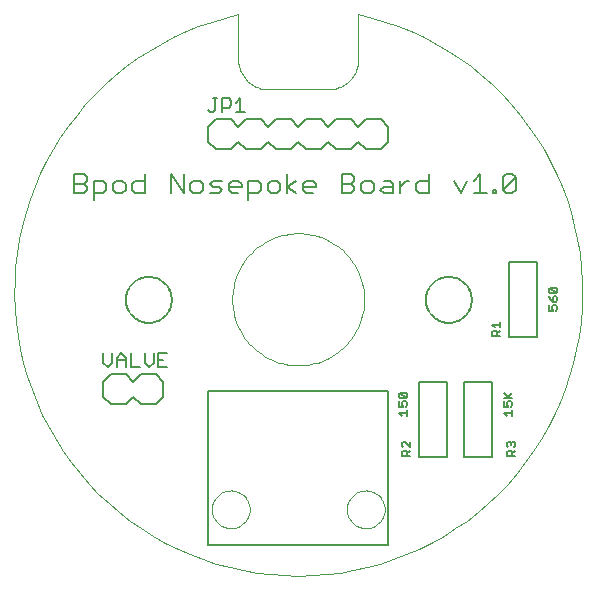
<source format=gto>
G75*
G70*
%OFA0B0*%
%FSLAX24Y24*%
%IPPOS*%
%LPD*%
%AMOC8*
5,1,8,0,0,1.08239X$1,22.5*
%
%ADD10C,0.0010*%
%ADD11C,0.0060*%
%ADD12C,0.0000*%
%ADD13C,0.0080*%
%ADD14C,0.0050*%
D10*
X003797Y011402D02*
X003799Y011458D01*
X003805Y011513D01*
X003815Y011568D01*
X003829Y011622D01*
X003846Y011675D01*
X003867Y011726D01*
X003892Y011776D01*
X003921Y011824D01*
X003953Y011869D01*
X003988Y011913D01*
X004025Y011954D01*
X004066Y011991D01*
X004110Y012026D01*
X004155Y012058D01*
X004203Y012087D01*
X004253Y012112D01*
X004304Y012133D01*
X004357Y012150D01*
X004411Y012164D01*
X004466Y012174D01*
X004521Y012180D01*
X004577Y012182D01*
X004633Y012180D01*
X004688Y012174D01*
X004743Y012164D01*
X004797Y012150D01*
X004850Y012133D01*
X004901Y012112D01*
X004951Y012087D01*
X004999Y012058D01*
X005044Y012026D01*
X005088Y011991D01*
X005129Y011954D01*
X005166Y011913D01*
X005201Y011869D01*
X005233Y011824D01*
X005262Y011776D01*
X005287Y011726D01*
X005308Y011675D01*
X005325Y011622D01*
X005339Y011568D01*
X005349Y011513D01*
X005355Y011458D01*
X005357Y011402D01*
X005355Y011346D01*
X005349Y011291D01*
X005339Y011236D01*
X005325Y011182D01*
X005308Y011129D01*
X005287Y011078D01*
X005262Y011028D01*
X005233Y010980D01*
X005201Y010935D01*
X005166Y010891D01*
X005129Y010850D01*
X005088Y010813D01*
X005044Y010778D01*
X004999Y010746D01*
X004951Y010717D01*
X004901Y010692D01*
X004850Y010671D01*
X004797Y010654D01*
X004743Y010640D01*
X004688Y010630D01*
X004633Y010624D01*
X004577Y010622D01*
X004521Y010624D01*
X004466Y010630D01*
X004411Y010640D01*
X004357Y010654D01*
X004304Y010671D01*
X004253Y010692D01*
X004203Y010717D01*
X004155Y010746D01*
X004110Y010778D01*
X004066Y010813D01*
X004025Y010850D01*
X003988Y010891D01*
X003953Y010935D01*
X003921Y010980D01*
X003892Y011028D01*
X003867Y011078D01*
X003846Y011129D01*
X003829Y011182D01*
X003815Y011236D01*
X003805Y011291D01*
X003799Y011346D01*
X003797Y011402D01*
X007377Y011402D02*
X007380Y011510D01*
X007388Y011618D01*
X007401Y011725D01*
X007419Y011831D01*
X007443Y011937D01*
X007472Y012041D01*
X007506Y012143D01*
X007544Y012244D01*
X007588Y012343D01*
X007637Y012439D01*
X007690Y012533D01*
X007748Y012624D01*
X007810Y012713D01*
X007876Y012798D01*
X007947Y012879D01*
X008021Y012958D01*
X008100Y013032D01*
X008181Y013103D01*
X008266Y013169D01*
X008355Y013231D01*
X008446Y013289D01*
X008540Y013342D01*
X008636Y013391D01*
X008735Y013435D01*
X008836Y013473D01*
X008938Y013507D01*
X009042Y013536D01*
X009148Y013560D01*
X009254Y013578D01*
X009361Y013591D01*
X009469Y013599D01*
X009577Y013602D01*
X009685Y013599D01*
X009793Y013591D01*
X009900Y013578D01*
X010006Y013560D01*
X010112Y013536D01*
X010216Y013507D01*
X010318Y013473D01*
X010419Y013435D01*
X010518Y013391D01*
X010614Y013342D01*
X010708Y013289D01*
X010799Y013231D01*
X010888Y013169D01*
X010973Y013103D01*
X011054Y013032D01*
X011133Y012958D01*
X011207Y012879D01*
X011278Y012798D01*
X011344Y012713D01*
X011406Y012624D01*
X011464Y012533D01*
X011517Y012439D01*
X011566Y012343D01*
X011610Y012244D01*
X011648Y012143D01*
X011682Y012041D01*
X011711Y011937D01*
X011735Y011831D01*
X011753Y011725D01*
X011766Y011618D01*
X011774Y011510D01*
X011777Y011402D01*
X011774Y011294D01*
X011766Y011186D01*
X011753Y011079D01*
X011735Y010973D01*
X011711Y010867D01*
X011682Y010763D01*
X011648Y010661D01*
X011610Y010560D01*
X011566Y010461D01*
X011517Y010365D01*
X011464Y010271D01*
X011406Y010180D01*
X011344Y010091D01*
X011278Y010006D01*
X011207Y009925D01*
X011133Y009846D01*
X011054Y009772D01*
X010973Y009701D01*
X010888Y009635D01*
X010799Y009573D01*
X010708Y009515D01*
X010614Y009462D01*
X010518Y009413D01*
X010419Y009369D01*
X010318Y009331D01*
X010216Y009297D01*
X010112Y009268D01*
X010006Y009244D01*
X009900Y009226D01*
X009793Y009213D01*
X009685Y009205D01*
X009577Y009202D01*
X009469Y009205D01*
X009361Y009213D01*
X009254Y009226D01*
X009148Y009244D01*
X009042Y009268D01*
X008938Y009297D01*
X008836Y009331D01*
X008735Y009369D01*
X008636Y009413D01*
X008540Y009462D01*
X008446Y009515D01*
X008355Y009573D01*
X008266Y009635D01*
X008181Y009701D01*
X008100Y009772D01*
X008021Y009846D01*
X007947Y009925D01*
X007876Y010006D01*
X007810Y010091D01*
X007748Y010180D01*
X007690Y010271D01*
X007637Y010365D01*
X007588Y010461D01*
X007544Y010560D01*
X007506Y010661D01*
X007472Y010763D01*
X007443Y010867D01*
X007419Y010973D01*
X007401Y011079D01*
X007388Y011186D01*
X007380Y011294D01*
X007377Y011402D01*
X007577Y020902D02*
X007128Y020794D01*
X006685Y020663D01*
X006249Y020511D01*
X005820Y020338D01*
X005401Y020145D01*
X004992Y019931D01*
X004593Y019697D01*
X004206Y019445D01*
X003833Y019173D01*
X003473Y018884D01*
X003127Y018578D01*
X002797Y018255D01*
X002483Y017916D01*
X002185Y017562D01*
X001906Y017195D01*
X001645Y016814D01*
X001402Y016421D01*
X001179Y016016D01*
X000976Y015601D01*
X000794Y015177D01*
X000632Y014744D01*
X000492Y014304D01*
X000374Y013858D01*
X000277Y013406D01*
X000202Y012950D01*
X000150Y012491D01*
X000121Y012030D01*
X000113Y011568D01*
X000129Y011107D01*
X000167Y010646D01*
X000227Y010188D01*
X000309Y009734D01*
X000414Y009284D01*
X000541Y008840D01*
X000688Y008402D01*
X000858Y007972D01*
X001048Y007551D01*
X001258Y007140D01*
X001488Y006739D01*
X001737Y006351D01*
X002005Y005974D01*
X002291Y005612D01*
X002595Y005263D01*
X002915Y004930D01*
X003251Y004613D01*
X003601Y004313D01*
X003967Y004030D01*
X004345Y003766D01*
X004736Y003520D01*
X005139Y003293D01*
X005552Y003087D01*
X005975Y002900D01*
X006406Y002735D01*
X006845Y002591D01*
X007290Y002468D01*
X007741Y002368D01*
X008196Y002289D01*
X008655Y002233D01*
X009115Y002199D01*
X009577Y002188D01*
X010039Y002199D01*
X010499Y002233D01*
X010958Y002289D01*
X011413Y002368D01*
X011864Y002468D01*
X012309Y002591D01*
X012748Y002735D01*
X013179Y002900D01*
X013602Y003087D01*
X014015Y003293D01*
X014418Y003520D01*
X014809Y003766D01*
X015187Y004030D01*
X015553Y004313D01*
X015903Y004613D01*
X016239Y004930D01*
X016559Y005263D01*
X016863Y005612D01*
X017149Y005974D01*
X017417Y006351D01*
X017666Y006739D01*
X017896Y007140D01*
X018106Y007551D01*
X018296Y007972D01*
X018466Y008402D01*
X018613Y008840D01*
X018740Y009284D01*
X018845Y009734D01*
X018927Y010188D01*
X018987Y010646D01*
X019025Y011107D01*
X019041Y011568D01*
X019033Y012030D01*
X019004Y012491D01*
X018952Y012950D01*
X018877Y013406D01*
X018780Y013858D01*
X018662Y014304D01*
X018522Y014744D01*
X018360Y015177D01*
X018178Y015601D01*
X017975Y016016D01*
X017752Y016421D01*
X017509Y016814D01*
X017248Y017195D01*
X016969Y017562D01*
X016671Y017916D01*
X016357Y018255D01*
X016027Y018578D01*
X015681Y018884D01*
X015321Y019173D01*
X014948Y019445D01*
X014561Y019697D01*
X014162Y019931D01*
X013753Y020145D01*
X013334Y020338D01*
X012905Y020511D01*
X012469Y020663D01*
X012026Y020794D01*
X011577Y020902D01*
X011577Y019402D01*
X011575Y019342D01*
X011570Y019281D01*
X011561Y019222D01*
X011548Y019163D01*
X011532Y019104D01*
X011512Y019047D01*
X011489Y018992D01*
X011462Y018937D01*
X011433Y018885D01*
X011400Y018834D01*
X011364Y018785D01*
X011326Y018739D01*
X011284Y018695D01*
X011240Y018653D01*
X011194Y018615D01*
X011145Y018579D01*
X011094Y018546D01*
X011042Y018517D01*
X010987Y018490D01*
X010932Y018467D01*
X010875Y018447D01*
X010816Y018431D01*
X010757Y018418D01*
X010698Y018409D01*
X010637Y018404D01*
X010577Y018402D01*
X008577Y018402D01*
X008517Y018404D01*
X008456Y018409D01*
X008397Y018418D01*
X008338Y018431D01*
X008279Y018447D01*
X008222Y018467D01*
X008167Y018490D01*
X008112Y018517D01*
X008060Y018546D01*
X008009Y018579D01*
X007960Y018615D01*
X007914Y018653D01*
X007870Y018695D01*
X007828Y018739D01*
X007790Y018785D01*
X007754Y018834D01*
X007721Y018885D01*
X007692Y018937D01*
X007665Y018992D01*
X007642Y019047D01*
X007622Y019104D01*
X007606Y019163D01*
X007593Y019222D01*
X007584Y019281D01*
X007579Y019342D01*
X007577Y019402D01*
X007577Y020902D01*
X013797Y011402D02*
X013799Y011458D01*
X013805Y011513D01*
X013815Y011568D01*
X013829Y011622D01*
X013846Y011675D01*
X013867Y011726D01*
X013892Y011776D01*
X013921Y011824D01*
X013953Y011869D01*
X013988Y011913D01*
X014025Y011954D01*
X014066Y011991D01*
X014110Y012026D01*
X014155Y012058D01*
X014203Y012087D01*
X014253Y012112D01*
X014304Y012133D01*
X014357Y012150D01*
X014411Y012164D01*
X014466Y012174D01*
X014521Y012180D01*
X014577Y012182D01*
X014633Y012180D01*
X014688Y012174D01*
X014743Y012164D01*
X014797Y012150D01*
X014850Y012133D01*
X014901Y012112D01*
X014951Y012087D01*
X014999Y012058D01*
X015044Y012026D01*
X015088Y011991D01*
X015129Y011954D01*
X015166Y011913D01*
X015201Y011869D01*
X015233Y011824D01*
X015262Y011776D01*
X015287Y011726D01*
X015308Y011675D01*
X015325Y011622D01*
X015339Y011568D01*
X015349Y011513D01*
X015355Y011458D01*
X015357Y011402D01*
X015355Y011346D01*
X015349Y011291D01*
X015339Y011236D01*
X015325Y011182D01*
X015308Y011129D01*
X015287Y011078D01*
X015262Y011028D01*
X015233Y010980D01*
X015201Y010935D01*
X015166Y010891D01*
X015129Y010850D01*
X015088Y010813D01*
X015044Y010778D01*
X014999Y010746D01*
X014951Y010717D01*
X014901Y010692D01*
X014850Y010671D01*
X014797Y010654D01*
X014743Y010640D01*
X014688Y010630D01*
X014633Y010624D01*
X014577Y010622D01*
X014521Y010624D01*
X014466Y010630D01*
X014411Y010640D01*
X014357Y010654D01*
X014304Y010671D01*
X014253Y010692D01*
X014203Y010717D01*
X014155Y010746D01*
X014110Y010778D01*
X014066Y010813D01*
X014025Y010850D01*
X013988Y010891D01*
X013953Y010935D01*
X013921Y010980D01*
X013892Y011028D01*
X013867Y011078D01*
X013846Y011129D01*
X013829Y011182D01*
X013815Y011236D01*
X013805Y011291D01*
X013799Y011346D01*
X013797Y011402D01*
D11*
X013921Y014932D02*
X013601Y014932D01*
X013494Y015039D01*
X013494Y015253D01*
X013601Y015359D01*
X013921Y015359D01*
X013921Y015573D02*
X013921Y014932D01*
X013277Y015359D02*
X013170Y015359D01*
X012957Y015146D01*
X012957Y015359D02*
X012957Y014932D01*
X012739Y014932D02*
X012739Y015253D01*
X012632Y015359D01*
X012419Y015359D01*
X012419Y015146D02*
X012739Y015146D01*
X012739Y014932D02*
X012419Y014932D01*
X012312Y015039D01*
X012419Y015146D01*
X012095Y015039D02*
X012095Y015253D01*
X011988Y015359D01*
X011774Y015359D01*
X011668Y015253D01*
X011668Y015039D01*
X011774Y014932D01*
X011988Y014932D01*
X012095Y015039D01*
X011450Y015039D02*
X011343Y014932D01*
X011023Y014932D01*
X011023Y015573D01*
X011343Y015573D01*
X011450Y015466D01*
X011450Y015359D01*
X011343Y015253D01*
X011023Y015253D01*
X011343Y015253D02*
X011450Y015146D01*
X011450Y015039D01*
X010161Y015146D02*
X009734Y015146D01*
X009734Y015253D02*
X009841Y015359D01*
X010054Y015359D01*
X010161Y015253D01*
X010161Y015146D01*
X010054Y014932D02*
X009841Y014932D01*
X009734Y015039D01*
X009734Y015253D01*
X009517Y015359D02*
X009197Y015146D01*
X009517Y014932D01*
X009197Y014932D02*
X009197Y015573D01*
X008979Y015253D02*
X008873Y015359D01*
X008659Y015359D01*
X008552Y015253D01*
X008552Y015039D01*
X008659Y014932D01*
X008873Y014932D01*
X008979Y015039D01*
X008979Y015253D01*
X008335Y015253D02*
X008335Y015039D01*
X008228Y014932D01*
X007908Y014932D01*
X007908Y014719D02*
X007908Y015359D01*
X008228Y015359D01*
X008335Y015253D01*
X007690Y015253D02*
X007690Y015146D01*
X007263Y015146D01*
X007263Y015253D02*
X007370Y015359D01*
X007584Y015359D01*
X007690Y015253D01*
X007584Y014932D02*
X007370Y014932D01*
X007263Y015039D01*
X007263Y015253D01*
X007046Y015359D02*
X006726Y015359D01*
X006619Y015253D01*
X006726Y015146D01*
X006939Y015146D01*
X007046Y015039D01*
X006939Y014932D01*
X006619Y014932D01*
X006401Y015039D02*
X006401Y015253D01*
X006295Y015359D01*
X006081Y015359D01*
X005974Y015253D01*
X005974Y015039D01*
X006081Y014932D01*
X006295Y014932D01*
X006401Y015039D01*
X005757Y014932D02*
X005757Y015573D01*
X005330Y015573D02*
X005330Y014932D01*
X005757Y014932D02*
X005330Y015573D01*
X004468Y015573D02*
X004468Y014932D01*
X004147Y014932D01*
X004041Y015039D01*
X004041Y015253D01*
X004147Y015359D01*
X004468Y015359D01*
X003823Y015253D02*
X003823Y015039D01*
X003716Y014932D01*
X003503Y014932D01*
X003396Y015039D01*
X003396Y015253D01*
X003503Y015359D01*
X003716Y015359D01*
X003823Y015253D01*
X003179Y015253D02*
X003179Y015039D01*
X003072Y014932D01*
X002752Y014932D01*
X002752Y014719D02*
X002752Y015359D01*
X003072Y015359D01*
X003179Y015253D01*
X002534Y015359D02*
X002427Y015253D01*
X002107Y015253D01*
X002107Y015573D02*
X002107Y014932D01*
X002427Y014932D01*
X002534Y015039D01*
X002534Y015146D01*
X002427Y015253D01*
X002534Y015359D02*
X002534Y015466D01*
X002427Y015573D01*
X002107Y015573D01*
X014783Y015359D02*
X014996Y014932D01*
X015210Y015359D01*
X015427Y015359D02*
X015641Y015573D01*
X015641Y014932D01*
X015854Y014932D02*
X015427Y014932D01*
X016072Y014932D02*
X016179Y014932D01*
X016179Y015039D01*
X016072Y015039D01*
X016072Y014932D01*
X016394Y015039D02*
X016394Y015466D01*
X016501Y015573D01*
X016714Y015573D01*
X016821Y015466D01*
X016394Y015039D01*
X016501Y014932D01*
X016714Y014932D01*
X016821Y015039D01*
X016821Y015466D01*
D12*
X013827Y011402D02*
X013829Y011456D01*
X013835Y011510D01*
X013845Y011563D01*
X013858Y011616D01*
X013875Y011667D01*
X013896Y011717D01*
X013921Y011765D01*
X013949Y011812D01*
X013980Y011856D01*
X014014Y011898D01*
X014051Y011937D01*
X014091Y011974D01*
X014134Y012007D01*
X014179Y012038D01*
X014226Y012065D01*
X014274Y012088D01*
X014325Y012108D01*
X014376Y012125D01*
X014429Y012137D01*
X014482Y012146D01*
X014536Y012151D01*
X014591Y012152D01*
X014645Y012149D01*
X014698Y012142D01*
X014751Y012131D01*
X014804Y012117D01*
X014855Y012099D01*
X014904Y012077D01*
X014952Y012052D01*
X014998Y012023D01*
X015042Y011991D01*
X015083Y011956D01*
X015121Y011918D01*
X015157Y011877D01*
X015190Y011834D01*
X015220Y011789D01*
X015246Y011741D01*
X015269Y011692D01*
X015288Y011641D01*
X015303Y011590D01*
X015315Y011537D01*
X015323Y011483D01*
X015327Y011429D01*
X015327Y011375D01*
X015323Y011321D01*
X015315Y011267D01*
X015303Y011214D01*
X015288Y011163D01*
X015269Y011112D01*
X015246Y011063D01*
X015220Y011015D01*
X015190Y010970D01*
X015157Y010927D01*
X015121Y010886D01*
X015083Y010848D01*
X015042Y010813D01*
X014998Y010781D01*
X014952Y010752D01*
X014904Y010727D01*
X014855Y010705D01*
X014804Y010687D01*
X014751Y010673D01*
X014698Y010662D01*
X014645Y010655D01*
X014591Y010652D01*
X014536Y010653D01*
X014482Y010658D01*
X014429Y010667D01*
X014376Y010679D01*
X014325Y010696D01*
X014274Y010716D01*
X014226Y010739D01*
X014179Y010766D01*
X014134Y010797D01*
X014091Y010830D01*
X014051Y010867D01*
X014014Y010906D01*
X013980Y010948D01*
X013949Y010992D01*
X013921Y011039D01*
X013896Y011087D01*
X013875Y011137D01*
X013858Y011188D01*
X013845Y011241D01*
X013835Y011294D01*
X013829Y011348D01*
X013827Y011402D01*
X011197Y004402D02*
X011199Y004452D01*
X011205Y004502D01*
X011215Y004551D01*
X011229Y004599D01*
X011246Y004646D01*
X011267Y004691D01*
X011292Y004735D01*
X011320Y004776D01*
X011352Y004815D01*
X011386Y004852D01*
X011423Y004886D01*
X011463Y004916D01*
X011505Y004943D01*
X011549Y004967D01*
X011595Y004988D01*
X011642Y005004D01*
X011690Y005017D01*
X011740Y005026D01*
X011789Y005031D01*
X011840Y005032D01*
X011890Y005029D01*
X011939Y005022D01*
X011988Y005011D01*
X012036Y004996D01*
X012082Y004978D01*
X012127Y004956D01*
X012170Y004930D01*
X012211Y004901D01*
X012250Y004869D01*
X012286Y004834D01*
X012318Y004796D01*
X012348Y004756D01*
X012375Y004713D01*
X012398Y004669D01*
X012417Y004623D01*
X012433Y004575D01*
X012445Y004526D01*
X012453Y004477D01*
X012457Y004427D01*
X012457Y004377D01*
X012453Y004327D01*
X012445Y004278D01*
X012433Y004229D01*
X012417Y004181D01*
X012398Y004135D01*
X012375Y004091D01*
X012348Y004048D01*
X012318Y004008D01*
X012286Y003970D01*
X012250Y003935D01*
X012211Y003903D01*
X012170Y003874D01*
X012127Y003848D01*
X012082Y003826D01*
X012036Y003808D01*
X011988Y003793D01*
X011939Y003782D01*
X011890Y003775D01*
X011840Y003772D01*
X011789Y003773D01*
X011740Y003778D01*
X011690Y003787D01*
X011642Y003800D01*
X011595Y003816D01*
X011549Y003837D01*
X011505Y003861D01*
X011463Y003888D01*
X011423Y003918D01*
X011386Y003952D01*
X011352Y003989D01*
X011320Y004028D01*
X011292Y004069D01*
X011267Y004113D01*
X011246Y004158D01*
X011229Y004205D01*
X011215Y004253D01*
X011205Y004302D01*
X011199Y004352D01*
X011197Y004402D01*
X006697Y004402D02*
X006699Y004452D01*
X006705Y004502D01*
X006715Y004551D01*
X006729Y004599D01*
X006746Y004646D01*
X006767Y004691D01*
X006792Y004735D01*
X006820Y004776D01*
X006852Y004815D01*
X006886Y004852D01*
X006923Y004886D01*
X006963Y004916D01*
X007005Y004943D01*
X007049Y004967D01*
X007095Y004988D01*
X007142Y005004D01*
X007190Y005017D01*
X007240Y005026D01*
X007289Y005031D01*
X007340Y005032D01*
X007390Y005029D01*
X007439Y005022D01*
X007488Y005011D01*
X007536Y004996D01*
X007582Y004978D01*
X007627Y004956D01*
X007670Y004930D01*
X007711Y004901D01*
X007750Y004869D01*
X007786Y004834D01*
X007818Y004796D01*
X007848Y004756D01*
X007875Y004713D01*
X007898Y004669D01*
X007917Y004623D01*
X007933Y004575D01*
X007945Y004526D01*
X007953Y004477D01*
X007957Y004427D01*
X007957Y004377D01*
X007953Y004327D01*
X007945Y004278D01*
X007933Y004229D01*
X007917Y004181D01*
X007898Y004135D01*
X007875Y004091D01*
X007848Y004048D01*
X007818Y004008D01*
X007786Y003970D01*
X007750Y003935D01*
X007711Y003903D01*
X007670Y003874D01*
X007627Y003848D01*
X007582Y003826D01*
X007536Y003808D01*
X007488Y003793D01*
X007439Y003782D01*
X007390Y003775D01*
X007340Y003772D01*
X007289Y003773D01*
X007240Y003778D01*
X007190Y003787D01*
X007142Y003800D01*
X007095Y003816D01*
X007049Y003837D01*
X007005Y003861D01*
X006963Y003888D01*
X006923Y003918D01*
X006886Y003952D01*
X006852Y003989D01*
X006820Y004028D01*
X006792Y004069D01*
X006767Y004113D01*
X006746Y004158D01*
X006729Y004205D01*
X006715Y004253D01*
X006705Y004302D01*
X006699Y004352D01*
X006697Y004402D01*
X003827Y011402D02*
X003829Y011456D01*
X003835Y011510D01*
X003845Y011563D01*
X003858Y011616D01*
X003875Y011667D01*
X003896Y011717D01*
X003921Y011765D01*
X003949Y011812D01*
X003980Y011856D01*
X004014Y011898D01*
X004051Y011937D01*
X004091Y011974D01*
X004134Y012007D01*
X004179Y012038D01*
X004226Y012065D01*
X004274Y012088D01*
X004325Y012108D01*
X004376Y012125D01*
X004429Y012137D01*
X004482Y012146D01*
X004536Y012151D01*
X004591Y012152D01*
X004645Y012149D01*
X004698Y012142D01*
X004751Y012131D01*
X004804Y012117D01*
X004855Y012099D01*
X004904Y012077D01*
X004952Y012052D01*
X004998Y012023D01*
X005042Y011991D01*
X005083Y011956D01*
X005121Y011918D01*
X005157Y011877D01*
X005190Y011834D01*
X005220Y011789D01*
X005246Y011741D01*
X005269Y011692D01*
X005288Y011641D01*
X005303Y011590D01*
X005315Y011537D01*
X005323Y011483D01*
X005327Y011429D01*
X005327Y011375D01*
X005323Y011321D01*
X005315Y011267D01*
X005303Y011214D01*
X005288Y011163D01*
X005269Y011112D01*
X005246Y011063D01*
X005220Y011015D01*
X005190Y010970D01*
X005157Y010927D01*
X005121Y010886D01*
X005083Y010848D01*
X005042Y010813D01*
X004998Y010781D01*
X004952Y010752D01*
X004904Y010727D01*
X004855Y010705D01*
X004804Y010687D01*
X004751Y010673D01*
X004698Y010662D01*
X004645Y010655D01*
X004591Y010652D01*
X004536Y010653D01*
X004482Y010658D01*
X004429Y010667D01*
X004376Y010679D01*
X004325Y010696D01*
X004274Y010716D01*
X004226Y010739D01*
X004179Y010766D01*
X004134Y010797D01*
X004091Y010830D01*
X004051Y010867D01*
X004014Y010906D01*
X003980Y010948D01*
X003949Y010992D01*
X003921Y011039D01*
X003896Y011087D01*
X003875Y011137D01*
X003858Y011188D01*
X003845Y011241D01*
X003835Y011294D01*
X003829Y011348D01*
X003827Y011402D01*
D13*
X006577Y003221D02*
X012577Y003221D01*
X012577Y008339D01*
X006577Y008339D01*
X006577Y003221D01*
X004827Y007902D02*
X004327Y007902D01*
X004077Y008152D01*
X003827Y007902D01*
X003327Y007902D01*
X003077Y008152D01*
X003077Y008652D01*
X003327Y008902D01*
X003827Y008902D01*
X004077Y008652D01*
X004327Y008902D01*
X004827Y008902D01*
X005077Y008652D01*
X005077Y008152D01*
X004827Y007902D01*
X006827Y016402D02*
X007327Y016402D01*
X007577Y016652D01*
X007827Y016402D01*
X008327Y016402D01*
X008577Y016652D01*
X008827Y016402D01*
X009327Y016402D01*
X009577Y016652D01*
X009827Y016402D01*
X010327Y016402D01*
X010577Y016652D01*
X010827Y016402D01*
X011327Y016402D01*
X011577Y016652D01*
X011827Y016402D01*
X012327Y016402D01*
X012577Y016652D01*
X012577Y017152D01*
X012327Y017402D01*
X011827Y017402D01*
X011577Y017152D01*
X011327Y017402D01*
X010827Y017402D01*
X010577Y017152D01*
X010327Y017402D01*
X009827Y017402D01*
X009577Y017152D01*
X009327Y017402D01*
X008827Y017402D01*
X008577Y017152D01*
X008327Y017402D01*
X007827Y017402D01*
X007577Y017152D01*
X007327Y017402D01*
X006827Y017402D01*
X006577Y017152D01*
X006577Y016652D01*
X006827Y016402D01*
X013605Y008643D02*
X014550Y008643D01*
X014550Y006162D01*
X013605Y006162D01*
X013605Y008643D01*
X015105Y008643D02*
X016050Y008643D01*
X016050Y006162D01*
X015105Y006162D01*
X015105Y008643D01*
X016605Y010162D02*
X016605Y012643D01*
X017550Y012643D01*
X017550Y010162D01*
X016605Y010162D01*
D14*
X016302Y010177D02*
X016032Y010177D01*
X016032Y010312D01*
X016077Y010357D01*
X016167Y010357D01*
X016212Y010312D01*
X016212Y010177D01*
X016212Y010267D02*
X016302Y010357D01*
X016302Y010472D02*
X016302Y010652D01*
X016302Y010562D02*
X016032Y010562D01*
X016122Y010472D01*
X017932Y011027D02*
X018067Y011027D01*
X018022Y011117D01*
X018022Y011162D01*
X018067Y011207D01*
X018157Y011207D01*
X018202Y011162D01*
X018202Y011072D01*
X018157Y011027D01*
X017932Y011027D02*
X017932Y011207D01*
X018067Y011322D02*
X017977Y011412D01*
X017932Y011502D01*
X017977Y011617D02*
X017932Y011662D01*
X017932Y011752D01*
X017977Y011797D01*
X018157Y011617D01*
X018202Y011662D01*
X018202Y011752D01*
X018157Y011797D01*
X017977Y011797D01*
X017977Y011617D02*
X018157Y011617D01*
X018157Y011502D02*
X018112Y011502D01*
X018067Y011457D01*
X018067Y011322D01*
X018157Y011322D01*
X018202Y011367D01*
X018202Y011457D01*
X018157Y011502D01*
X016702Y008297D02*
X016567Y008162D01*
X016612Y008117D02*
X016432Y008297D01*
X016432Y008117D02*
X016702Y008117D01*
X016657Y008002D02*
X016702Y007957D01*
X016702Y007867D01*
X016657Y007822D01*
X016567Y007822D02*
X016522Y007912D01*
X016522Y007957D01*
X016567Y008002D01*
X016657Y008002D01*
X016567Y007822D02*
X016432Y007822D01*
X016432Y008002D01*
X016432Y007617D02*
X016702Y007617D01*
X016702Y007527D02*
X016702Y007707D01*
X016522Y007527D02*
X016432Y007617D01*
X016577Y006652D02*
X016622Y006652D01*
X016667Y006607D01*
X016712Y006652D01*
X016757Y006652D01*
X016802Y006607D01*
X016802Y006517D01*
X016757Y006472D01*
X016802Y006357D02*
X016712Y006267D01*
X016712Y006312D02*
X016712Y006177D01*
X016802Y006177D02*
X016532Y006177D01*
X016532Y006312D01*
X016577Y006357D01*
X016667Y006357D01*
X016712Y006312D01*
X016577Y006472D02*
X016532Y006517D01*
X016532Y006607D01*
X016577Y006652D01*
X016667Y006607D02*
X016667Y006562D01*
X013302Y006472D02*
X013122Y006652D01*
X013077Y006652D01*
X013032Y006607D01*
X013032Y006517D01*
X013077Y006472D01*
X013077Y006357D02*
X013167Y006357D01*
X013212Y006312D01*
X013212Y006177D01*
X013302Y006177D02*
X013032Y006177D01*
X013032Y006312D01*
X013077Y006357D01*
X013212Y006267D02*
X013302Y006357D01*
X013302Y006472D02*
X013302Y006652D01*
X013202Y007527D02*
X013202Y007707D01*
X013202Y007617D02*
X012932Y007617D01*
X013022Y007527D01*
X013067Y007822D02*
X012932Y007822D01*
X012932Y008002D01*
X013022Y007957D02*
X013067Y008002D01*
X013157Y008002D01*
X013202Y007957D01*
X013202Y007867D01*
X013157Y007822D01*
X013067Y007822D02*
X013022Y007912D01*
X013022Y007957D01*
X012977Y008117D02*
X012932Y008162D01*
X012932Y008252D01*
X012977Y008297D01*
X013157Y008117D01*
X013202Y008162D01*
X013202Y008252D01*
X013157Y008297D01*
X012977Y008297D01*
X012977Y008117D02*
X013157Y008117D01*
X005214Y009147D02*
X004914Y009147D01*
X004914Y009598D01*
X005214Y009598D01*
X005064Y009373D02*
X004914Y009373D01*
X004753Y009297D02*
X004603Y009147D01*
X004453Y009297D01*
X004453Y009598D01*
X004753Y009598D02*
X004753Y009297D01*
X004293Y009147D02*
X003993Y009147D01*
X003993Y009598D01*
X003833Y009448D02*
X003833Y009147D01*
X003833Y009373D02*
X003533Y009373D01*
X003533Y009448D02*
X003683Y009598D01*
X003833Y009448D01*
X003533Y009448D02*
X003533Y009147D01*
X003372Y009297D02*
X003372Y009598D01*
X003072Y009598D02*
X003072Y009297D01*
X003222Y009147D01*
X003372Y009297D01*
X006647Y017647D02*
X006722Y017647D01*
X006797Y017722D01*
X006797Y018098D01*
X006722Y018098D02*
X006872Y018098D01*
X007033Y018098D02*
X007258Y018098D01*
X007333Y018023D01*
X007333Y017873D01*
X007258Y017797D01*
X007033Y017797D01*
X007033Y017647D02*
X007033Y018098D01*
X006647Y017647D02*
X006572Y017722D01*
X007493Y017647D02*
X007793Y017647D01*
X007643Y017647D02*
X007643Y018098D01*
X007493Y017948D01*
M02*

</source>
